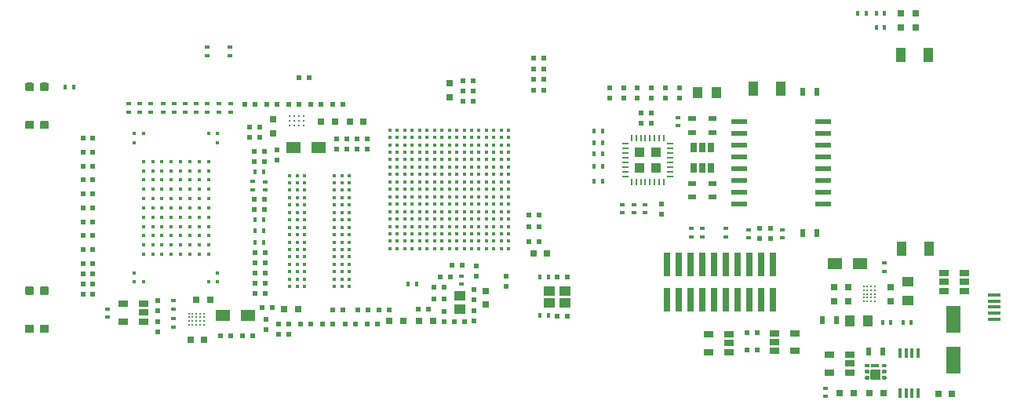
<source format=gbr>
G04 #@! TF.GenerationSoftware,KiCad,Pcbnew,(2018-01-10 revision 7e6a654)-master*
G04 #@! TF.CreationDate,2018-02-04T00:48:26+01:00*
G04 #@! TF.ProjectId,jiffy,6A696666792E6B696361645F70636200,rev?*
G04 #@! TF.SameCoordinates,Original*
G04 #@! TF.FileFunction,Paste,Top*
G04 #@! TF.FilePolarity,Positive*
%FSLAX46Y46*%
G04 Gerber Fmt 4.6, Leading zero omitted, Abs format (unit mm)*
G04 Created by KiCad (PCBNEW (2018-01-10 revision 7e6a654)-master) date 2018 February 04, Sunday 00:48:26*
%MOMM*%
%LPD*%
G01*
G04 APERTURE LIST*
%ADD10R,1.060000X0.650000*%
%ADD11R,1.780000X0.620000*%
%ADD12R,0.500000X0.600000*%
%ADD13C,0.450000*%
%ADD14R,0.740000X2.550000*%
%ADD15R,0.600000X0.500000*%
%ADD16R,0.800000X0.750000*%
%ADD17R,0.750000X0.800000*%
%ADD18R,1.500000X1.200000*%
%ADD19R,0.600000X0.400000*%
%ADD20R,0.400000X0.600000*%
%ADD21C,0.400000*%
%ADD22C,0.215000*%
%ADD23C,0.250000*%
%ADD24R,1.250000X1.000000*%
%ADD25R,1.200000X1.000000*%
%ADD26R,1.000000X1.250000*%
%ADD27R,1.000000X1.600000*%
%ADD28R,0.800000X0.800000*%
%ADD29R,0.500000X0.900000*%
%ADD30R,1.350000X0.400000*%
%ADD31R,0.900000X0.500000*%
%ADD32R,0.650000X1.060000*%
%ADD33R,0.250000X0.700000*%
%ADD34R,0.700000X0.250000*%
%ADD35R,1.035000X1.035000*%
%ADD36R,1.600000X3.000000*%
%ADD37C,0.100000*%
%ADD38C,0.900000*%
%ADD39C,1.050000*%
%ADD40R,0.400000X1.100000*%
G04 APERTURE END LIST*
D10*
X193600000Y-100450000D03*
X193600000Y-99500000D03*
X193600000Y-98550000D03*
X191400000Y-98550000D03*
X191400000Y-100450000D03*
X191400000Y-99500000D03*
D11*
X178310000Y-82155000D03*
X178310000Y-83425000D03*
X178310000Y-84695000D03*
X178310000Y-85965000D03*
X178310000Y-87235000D03*
X178310000Y-88505000D03*
X178310000Y-89775000D03*
X178310000Y-91045000D03*
X169290000Y-91045000D03*
X169290000Y-89775000D03*
X169290000Y-88505000D03*
X169290000Y-87235000D03*
X169290000Y-85965000D03*
X169290000Y-84695000D03*
X169290000Y-83425000D03*
X169290000Y-82155000D03*
D12*
X137400000Y-102650000D03*
X137400000Y-103750000D03*
D13*
X132400000Y-83100000D03*
X133200000Y-83100000D03*
X134000000Y-83100000D03*
X134800000Y-83100000D03*
X135600000Y-83100000D03*
X136400000Y-83100000D03*
X137200000Y-83100000D03*
X138000000Y-83100000D03*
X138800000Y-83100000D03*
X139600000Y-83100000D03*
X140400000Y-83100000D03*
X141200000Y-83100000D03*
X142000000Y-83100000D03*
X142800000Y-83100000D03*
X143600000Y-83100000D03*
X144400000Y-83100000D03*
X131600000Y-83900000D03*
X132400000Y-83900000D03*
X133200000Y-83900000D03*
X134000000Y-83900000D03*
X134800000Y-83900000D03*
X135600000Y-83900000D03*
X136400000Y-83900000D03*
X137200000Y-83900000D03*
X138000000Y-83900000D03*
X138800000Y-83900000D03*
X139600000Y-83900000D03*
X140400000Y-83900000D03*
X141200000Y-83900000D03*
X142000000Y-83900000D03*
X142800000Y-83900000D03*
X143600000Y-83900000D03*
X144400000Y-83900000D03*
X131600000Y-84700000D03*
X132400000Y-84700000D03*
X133200000Y-84700000D03*
X134000000Y-84700000D03*
X134800000Y-84700000D03*
X135600000Y-84700000D03*
X136400000Y-84700000D03*
X137200000Y-84700000D03*
X138000000Y-84700000D03*
X138800000Y-84700000D03*
X139600000Y-84700000D03*
X140400000Y-84700000D03*
X141200000Y-84700000D03*
X142000000Y-84700000D03*
X142800000Y-84700000D03*
X143600000Y-84700000D03*
X144400000Y-84700000D03*
X131600000Y-85500000D03*
X132400000Y-85500000D03*
X133200000Y-85500000D03*
X134000000Y-85500000D03*
X134800000Y-85500000D03*
X135600000Y-85500000D03*
X136400000Y-85500000D03*
X137200000Y-85500000D03*
X138000000Y-85500000D03*
X138800000Y-85500000D03*
X139600000Y-85500000D03*
X140400000Y-85500000D03*
X141200000Y-85500000D03*
X142000000Y-85500000D03*
X142800000Y-85500000D03*
X143600000Y-85500000D03*
X144400000Y-85500000D03*
X131600000Y-86300000D03*
X132400000Y-86300000D03*
X133200000Y-86300000D03*
X134000000Y-86300000D03*
X134800000Y-86300000D03*
X135600000Y-86300000D03*
X136400000Y-86300000D03*
X137200000Y-86300000D03*
X138000000Y-86300000D03*
X138800000Y-86300000D03*
X139600000Y-86300000D03*
X140400000Y-86300000D03*
X141200000Y-86300000D03*
X142000000Y-86300000D03*
X142800000Y-86300000D03*
X143600000Y-86300000D03*
X144400000Y-86300000D03*
X131600000Y-87100000D03*
X132400000Y-87100000D03*
X133200000Y-87100000D03*
X134000000Y-87100000D03*
X134800000Y-87100000D03*
X135600000Y-87100000D03*
X136400000Y-87100000D03*
X137200000Y-87100000D03*
X138000000Y-87100000D03*
X138800000Y-87100000D03*
X139600000Y-87100000D03*
X140400000Y-87100000D03*
X141200000Y-87100000D03*
X142000000Y-87100000D03*
X142800000Y-87100000D03*
X143600000Y-87100000D03*
X144400000Y-87100000D03*
X131600000Y-87900000D03*
X132400000Y-87900000D03*
X133200000Y-87900000D03*
X134000000Y-87900000D03*
X134800000Y-87900000D03*
X135600000Y-87900000D03*
X136400000Y-87900000D03*
X137200000Y-87900000D03*
X138000000Y-87900000D03*
X138800000Y-87900000D03*
X139600000Y-87900000D03*
X140400000Y-87900000D03*
X141200000Y-87900000D03*
X142000000Y-87900000D03*
X142800000Y-87900000D03*
X143600000Y-87900000D03*
X144400000Y-87900000D03*
X131600000Y-88700000D03*
X132400000Y-88700000D03*
X133200000Y-88700000D03*
X134000000Y-88700000D03*
X134800000Y-88700000D03*
X135600000Y-88700000D03*
X136400000Y-88700000D03*
X137200000Y-88700000D03*
X138000000Y-88700000D03*
X138800000Y-88700000D03*
X139600000Y-88700000D03*
X140400000Y-88700000D03*
X141200000Y-88700000D03*
X142000000Y-88700000D03*
X142800000Y-88700000D03*
X143600000Y-88700000D03*
X144400000Y-88700000D03*
X131600000Y-89500000D03*
X132400000Y-89500000D03*
X133200000Y-89500000D03*
X134000000Y-89500000D03*
X134800000Y-89500000D03*
X135600000Y-89500000D03*
X136400000Y-89500000D03*
X137200000Y-89500000D03*
X138000000Y-89500000D03*
X138800000Y-89500000D03*
X139600000Y-89500000D03*
X140400000Y-89500000D03*
X141200000Y-89500000D03*
X142000000Y-89500000D03*
X142800000Y-89500000D03*
X143600000Y-89500000D03*
X144400000Y-89500000D03*
X131600000Y-90300000D03*
X132400000Y-90300000D03*
X133200000Y-90300000D03*
X134000000Y-90300000D03*
X134800000Y-90300000D03*
X135600000Y-90300000D03*
X136400000Y-90300000D03*
X137200000Y-90300000D03*
X138000000Y-90300000D03*
X138800000Y-90300000D03*
X139600000Y-90300000D03*
X140400000Y-90300000D03*
X141200000Y-90300000D03*
X142000000Y-90300000D03*
X142800000Y-90300000D03*
X143600000Y-90300000D03*
X144400000Y-90300000D03*
X131600000Y-91100000D03*
X132400000Y-91100000D03*
X133200000Y-91100000D03*
X134000000Y-91100000D03*
X134800000Y-91100000D03*
X135600000Y-91100000D03*
X136400000Y-91100000D03*
X137200000Y-91100000D03*
X138000000Y-91100000D03*
X138800000Y-91100000D03*
X139600000Y-91100000D03*
X140400000Y-91100000D03*
X141200000Y-91100000D03*
X142000000Y-91100000D03*
X142800000Y-91100000D03*
X143600000Y-91100000D03*
X144400000Y-91100000D03*
X131600000Y-91900000D03*
X132400000Y-91900000D03*
X133200000Y-91900000D03*
X134000000Y-91900000D03*
X134800000Y-91900000D03*
X135600000Y-91900000D03*
X136400000Y-91900000D03*
X137200000Y-91900000D03*
X138000000Y-91900000D03*
X138800000Y-91900000D03*
X139600000Y-91900000D03*
X140400000Y-91900000D03*
X141200000Y-91900000D03*
X142000000Y-91900000D03*
X142800000Y-91900000D03*
X143600000Y-91900000D03*
X144400000Y-91900000D03*
X131600000Y-92700000D03*
X132400000Y-92700000D03*
X133200000Y-92700000D03*
X134000000Y-92700000D03*
X134800000Y-92700000D03*
X135600000Y-92700000D03*
X136400000Y-92700000D03*
X137200000Y-92700000D03*
X138000000Y-92700000D03*
X138800000Y-92700000D03*
X139600000Y-92700000D03*
X140400000Y-92700000D03*
X141200000Y-92700000D03*
X142000000Y-92700000D03*
X142800000Y-92700000D03*
X143600000Y-92700000D03*
X144400000Y-92700000D03*
X131600000Y-93500000D03*
X132400000Y-93500000D03*
X133200000Y-93500000D03*
X134000000Y-93500000D03*
X134800000Y-93500000D03*
X135600000Y-93500000D03*
X136400000Y-93500000D03*
X137200000Y-93500000D03*
X138000000Y-93500000D03*
X138800000Y-93500000D03*
X139600000Y-93500000D03*
X140400000Y-93500000D03*
X141200000Y-93500000D03*
X142000000Y-93500000D03*
X142800000Y-93500000D03*
X143600000Y-93500000D03*
X144400000Y-93500000D03*
X131600000Y-94300000D03*
X132400000Y-94300000D03*
X133200000Y-94300000D03*
X134000000Y-94300000D03*
X134800000Y-94300000D03*
X135600000Y-94300000D03*
X136400000Y-94300000D03*
X137200000Y-94300000D03*
X138000000Y-94300000D03*
X138800000Y-94300000D03*
X139600000Y-94300000D03*
X140400000Y-94300000D03*
X141200000Y-94300000D03*
X142000000Y-94300000D03*
X142800000Y-94300000D03*
X143600000Y-94300000D03*
X144400000Y-94300000D03*
X131600000Y-95100000D03*
X132400000Y-95100000D03*
X133200000Y-95100000D03*
X134000000Y-95100000D03*
X134800000Y-95100000D03*
X135600000Y-95100000D03*
X136400000Y-95100000D03*
X137200000Y-95100000D03*
X138000000Y-95100000D03*
X138800000Y-95100000D03*
X139600000Y-95100000D03*
X140400000Y-95100000D03*
X141200000Y-95100000D03*
X142000000Y-95100000D03*
X142800000Y-95100000D03*
X143600000Y-95100000D03*
X144400000Y-95100000D03*
X131600000Y-95900000D03*
X132400000Y-95900000D03*
X133200000Y-95900000D03*
X134000000Y-95900000D03*
X134800000Y-95900000D03*
X135600000Y-95900000D03*
X136400000Y-95900000D03*
X137200000Y-95900000D03*
X138000000Y-95900000D03*
X138800000Y-95900000D03*
X139600000Y-95900000D03*
X140400000Y-95900000D03*
X141200000Y-95900000D03*
X142000000Y-95900000D03*
X142800000Y-95900000D03*
X143600000Y-95900000D03*
X144400000Y-95900000D03*
X131600000Y-83100000D03*
D14*
X172915000Y-97595000D03*
X172915000Y-101405000D03*
X171645000Y-97595000D03*
X171645000Y-101405000D03*
X170375000Y-97595000D03*
X170375000Y-101405000D03*
X169105000Y-97595000D03*
X169105000Y-101405000D03*
X167835000Y-97595000D03*
X167835000Y-101405000D03*
X166565000Y-97595000D03*
X166565000Y-101405000D03*
X165295000Y-97595000D03*
X165295000Y-101405000D03*
X164025000Y-97595000D03*
X164025000Y-101405000D03*
X162755000Y-97595000D03*
X162755000Y-101405000D03*
X161485000Y-97595000D03*
X161485000Y-101405000D03*
D12*
X140950000Y-97750000D03*
X140950000Y-98850000D03*
D15*
X146550000Y-95150000D03*
X147650000Y-95150000D03*
D12*
X125800000Y-84050000D03*
X125800000Y-85150000D03*
D15*
X136350000Y-100100000D03*
X137450000Y-100100000D03*
X139450000Y-77800000D03*
X140550000Y-77800000D03*
D16*
X147050000Y-96450000D03*
X148550000Y-96450000D03*
D15*
X147650000Y-93500000D03*
X146550000Y-93500000D03*
X118050000Y-90550000D03*
X116950000Y-90550000D03*
X118050000Y-91650000D03*
X116950000Y-91650000D03*
D12*
X129100000Y-84050000D03*
X129100000Y-85150000D03*
D15*
X137050000Y-99000000D03*
X138150000Y-99000000D03*
X140550000Y-78900000D03*
X139450000Y-78900000D03*
X147650000Y-92300000D03*
X146550000Y-92300000D03*
D12*
X128000000Y-85150000D03*
X128000000Y-84050000D03*
D15*
X139450000Y-80000000D03*
X140550000Y-80000000D03*
D12*
X144150000Y-98850000D03*
X144150000Y-99950000D03*
X140650000Y-100300000D03*
X140650000Y-101400000D03*
X126900000Y-84050000D03*
X126900000Y-85150000D03*
D15*
X138250000Y-97700000D03*
X139350000Y-97700000D03*
D17*
X138000000Y-78050000D03*
X138000000Y-79550000D03*
X141950000Y-101950000D03*
X141950000Y-100450000D03*
D15*
X135750000Y-102400000D03*
X134650000Y-102400000D03*
D16*
X124150000Y-82200000D03*
X125650000Y-82200000D03*
D15*
X118300000Y-80300000D03*
X119400000Y-80300000D03*
X125450000Y-104000000D03*
X124350000Y-104000000D03*
X136350000Y-101300000D03*
X137450000Y-101300000D03*
X125450000Y-80300000D03*
X126550000Y-80300000D03*
X126750000Y-104000000D03*
X127850000Y-104000000D03*
D16*
X134750000Y-103700000D03*
X136250000Y-103700000D03*
D15*
X121800000Y-80300000D03*
X120700000Y-80300000D03*
X121950000Y-104000000D03*
X123050000Y-104000000D03*
X123050000Y-80300000D03*
X124150000Y-80300000D03*
X120650000Y-104000000D03*
X119550000Y-104000000D03*
X117000000Y-80300000D03*
X115900000Y-80300000D03*
X120650000Y-105100000D03*
X119550000Y-105100000D03*
X118150000Y-98500000D03*
X117050000Y-98500000D03*
X118050000Y-85400000D03*
X116950000Y-85400000D03*
X129150000Y-104000000D03*
X130250000Y-104000000D03*
X122900000Y-77450000D03*
X121800000Y-77450000D03*
X118150000Y-97400000D03*
X117050000Y-97400000D03*
X118150000Y-96300000D03*
X117050000Y-96300000D03*
X118900000Y-102250000D03*
X117800000Y-102250000D03*
D16*
X131550000Y-103700000D03*
X133050000Y-103700000D03*
D15*
X148200000Y-76500000D03*
X147100000Y-76500000D03*
X118050000Y-86500000D03*
X116950000Y-86500000D03*
X117050000Y-99600000D03*
X118150000Y-99600000D03*
X113300000Y-105350000D03*
X114400000Y-105350000D03*
X147100000Y-75350000D03*
X148200000Y-75350000D03*
X129200000Y-102550000D03*
X128100000Y-102550000D03*
X116450000Y-83850000D03*
X117550000Y-83850000D03*
X116450000Y-82750000D03*
X117550000Y-82750000D03*
D12*
X106550000Y-102600000D03*
X106550000Y-101500000D03*
D15*
X147100000Y-77650000D03*
X148200000Y-77650000D03*
X115650000Y-105300000D03*
X116750000Y-105300000D03*
X130450000Y-102550000D03*
X131550000Y-102550000D03*
X125400000Y-102550000D03*
X126500000Y-102550000D03*
X148200000Y-78800000D03*
X147100000Y-78800000D03*
X117050000Y-100700000D03*
X118150000Y-100700000D03*
D12*
X118200000Y-103500000D03*
X118200000Y-104600000D03*
X119400000Y-86350000D03*
X119400000Y-85250000D03*
D16*
X120150000Y-102400000D03*
X121650000Y-102400000D03*
X110700000Y-101450000D03*
X112200000Y-101450000D03*
D12*
X160900000Y-92150000D03*
X160900000Y-91050000D03*
D16*
X128750000Y-82200000D03*
X127250000Y-82200000D03*
D12*
X106550000Y-103800000D03*
X106550000Y-104900000D03*
X171500000Y-94850000D03*
X171500000Y-93750000D03*
X172700000Y-93750000D03*
X172700000Y-94850000D03*
D17*
X119000000Y-81950000D03*
X119000000Y-83450000D03*
D16*
X111550000Y-105700000D03*
X110050000Y-105700000D03*
D12*
X140650000Y-102600000D03*
X140650000Y-103700000D03*
D15*
X139650000Y-103750000D03*
X138550000Y-103750000D03*
X149650000Y-99000000D03*
X150750000Y-99000000D03*
X150750000Y-103200000D03*
X149650000Y-103200000D03*
X98450000Y-98600000D03*
X99550000Y-98600000D03*
X99550000Y-84000000D03*
X98450000Y-84000000D03*
X99550000Y-85500000D03*
X98450000Y-85500000D03*
X98450000Y-99700000D03*
X99550000Y-99700000D03*
X98450000Y-93000000D03*
X99550000Y-93000000D03*
X98450000Y-100800000D03*
X99550000Y-100800000D03*
X99550000Y-87000000D03*
X98450000Y-87000000D03*
X98450000Y-88500000D03*
X99550000Y-88500000D03*
X99550000Y-91500000D03*
X98450000Y-91500000D03*
X99550000Y-96000000D03*
X98450000Y-96000000D03*
X98450000Y-97500000D03*
X99550000Y-97500000D03*
X99550000Y-94500000D03*
X98450000Y-94500000D03*
X99550000Y-90000000D03*
X98450000Y-90000000D03*
D18*
X113600000Y-103100000D03*
X116300000Y-103100000D03*
X123900000Y-85000000D03*
X121200000Y-85000000D03*
D19*
X139300000Y-99750000D03*
X139300000Y-98850000D03*
D20*
X147800000Y-99000000D03*
X148700000Y-99000000D03*
X117050000Y-87650000D03*
X117950000Y-87650000D03*
X117050000Y-95200000D03*
X117950000Y-95200000D03*
X117950000Y-92800000D03*
X117050000Y-92800000D03*
X154550000Y-84500000D03*
X153650000Y-84500000D03*
X154550000Y-85700000D03*
X153650000Y-85700000D03*
X134450000Y-99700000D03*
X133550000Y-99700000D03*
X117950000Y-94000000D03*
X117050000Y-94000000D03*
D19*
X108250000Y-102400000D03*
X108250000Y-101500000D03*
X108250000Y-103450000D03*
X108250000Y-104350000D03*
X101150000Y-103300000D03*
X101150000Y-102400000D03*
X164100000Y-93750000D03*
X164100000Y-94650000D03*
X165300000Y-94650000D03*
X165300000Y-93750000D03*
X167800000Y-93750000D03*
X167800000Y-94650000D03*
X170300000Y-94750000D03*
X170300000Y-93850000D03*
X173900000Y-94750000D03*
X173900000Y-93850000D03*
D20*
X97450000Y-78450000D03*
X96550000Y-78450000D03*
D19*
X109500000Y-81150000D03*
X109500000Y-80250000D03*
D20*
X148700000Y-103150000D03*
X147800000Y-103150000D03*
D19*
X110700000Y-81150000D03*
X110700000Y-80250000D03*
X103400000Y-80250000D03*
X103400000Y-81150000D03*
X108300000Y-81150000D03*
X108300000Y-80250000D03*
X105800000Y-81150000D03*
X105800000Y-80250000D03*
X104600000Y-80250000D03*
X104600000Y-81150000D03*
X107100000Y-81150000D03*
X107100000Y-80250000D03*
X113100000Y-80250000D03*
X113100000Y-81150000D03*
X111900000Y-81150000D03*
X111900000Y-80250000D03*
X114400000Y-80250000D03*
X114400000Y-81150000D03*
D21*
X127200000Y-100000000D03*
X126400000Y-100000000D03*
X125600000Y-100000000D03*
X122400000Y-100000000D03*
X121600000Y-100000000D03*
X120800000Y-100000000D03*
X127200000Y-99200000D03*
X126400000Y-99200000D03*
X125600000Y-99200000D03*
X122400000Y-99200000D03*
X121600000Y-99200000D03*
X120800000Y-99200000D03*
X127200000Y-98400000D03*
X126400000Y-98400000D03*
X125600000Y-98400000D03*
X122400000Y-98400000D03*
X121600000Y-98400000D03*
X120800000Y-98400000D03*
X127200000Y-97600000D03*
X126400000Y-97600000D03*
X125600000Y-97600000D03*
X122400000Y-97600000D03*
X121600000Y-97600000D03*
X120800000Y-97600000D03*
X127200000Y-96800000D03*
X126400000Y-96800000D03*
X125600000Y-96800000D03*
X122400000Y-96800000D03*
X121600000Y-96800000D03*
X120800000Y-96800000D03*
X127200000Y-96000000D03*
X126400000Y-96000000D03*
X125600000Y-96000000D03*
X122400000Y-96000000D03*
X121600000Y-96000000D03*
X120800000Y-96000000D03*
X127200000Y-95200000D03*
X126400000Y-95200000D03*
X125600000Y-95200000D03*
X122400000Y-95200000D03*
X121600000Y-95200000D03*
X120800000Y-95200000D03*
X127200000Y-94400000D03*
X126400000Y-94400000D03*
X125600000Y-94400000D03*
X122400000Y-94400000D03*
X121600000Y-94400000D03*
X120800000Y-94400000D03*
X127200000Y-93600000D03*
X126400000Y-93600000D03*
X125600000Y-93600000D03*
X122400000Y-93600000D03*
X121600000Y-93600000D03*
X120800000Y-93600000D03*
X127200000Y-92800000D03*
X126400000Y-92800000D03*
X125600000Y-92800000D03*
X122400000Y-92800000D03*
X121600000Y-92800000D03*
X120800000Y-92800000D03*
X127200000Y-92000000D03*
X126400000Y-92000000D03*
X125600000Y-92000000D03*
X122400000Y-92000000D03*
X121600000Y-92000000D03*
X120800000Y-92000000D03*
X127200000Y-91200000D03*
X126400000Y-91200000D03*
X125600000Y-91200000D03*
X122400000Y-91200000D03*
X121600000Y-91200000D03*
X120800000Y-91200000D03*
X127200000Y-90400000D03*
X126400000Y-90400000D03*
X125600000Y-90400000D03*
X122400000Y-90400000D03*
X121600000Y-90400000D03*
X120800000Y-90400000D03*
X127200000Y-89600000D03*
X126400000Y-89600000D03*
X125600000Y-89600000D03*
X122400000Y-89600000D03*
X121600000Y-89600000D03*
X120800000Y-89600000D03*
X127200000Y-88800000D03*
X126400000Y-88800000D03*
X125600000Y-88800000D03*
X122400000Y-88800000D03*
X121600000Y-88800000D03*
X120800000Y-88800000D03*
X127200000Y-88000000D03*
X126400000Y-88000000D03*
X125600000Y-88000000D03*
X122400000Y-88000000D03*
X121600000Y-88000000D03*
X120800000Y-88000000D03*
D10*
X102800000Y-103750000D03*
X102800000Y-101850000D03*
X105000000Y-101850000D03*
X105000000Y-102800000D03*
X105000000Y-103750000D03*
D22*
X109900000Y-104100000D03*
X109900000Y-103700000D03*
X109900000Y-103300000D03*
X109900000Y-102900000D03*
X110300000Y-104100000D03*
X110300000Y-103700000D03*
X110300000Y-103300000D03*
X110300000Y-102900000D03*
X110700000Y-104100000D03*
X110700000Y-103700000D03*
X110700000Y-103300000D03*
X110700000Y-102900000D03*
X111100000Y-104100000D03*
X111100000Y-103700000D03*
X111100000Y-103300000D03*
X111100000Y-102900000D03*
X111500000Y-104100000D03*
X111500000Y-103700000D03*
X111500000Y-103300000D03*
X111500000Y-102900000D03*
D23*
X120750000Y-82600000D03*
X120750000Y-82100000D03*
X120750000Y-81600000D03*
X121250000Y-82600000D03*
X121250000Y-82100000D03*
X121250000Y-81600000D03*
X121750000Y-82600000D03*
X121750000Y-82100000D03*
X121750000Y-81600000D03*
X122250000Y-82600000D03*
X122250000Y-82100000D03*
X122250000Y-81600000D03*
D13*
X113000000Y-99500000D03*
X112000000Y-99500000D03*
X105000000Y-99500000D03*
X104000000Y-99500000D03*
X113000000Y-98500000D03*
X104000000Y-98500000D03*
X112000000Y-96500000D03*
X111000000Y-96500000D03*
X110000000Y-96500000D03*
X109000000Y-96500000D03*
X108000000Y-96500000D03*
X107000000Y-96500000D03*
X106000000Y-96500000D03*
X105000000Y-96500000D03*
X112000000Y-95500000D03*
X111000000Y-95500000D03*
X110000000Y-95500000D03*
X109000000Y-95500000D03*
X108000000Y-95500000D03*
X107000000Y-95500000D03*
X106000000Y-95500000D03*
X105000000Y-95500000D03*
X112000000Y-94500000D03*
X111000000Y-94500000D03*
X110000000Y-94500000D03*
X109000000Y-94500000D03*
X108000000Y-94500000D03*
X107000000Y-94500000D03*
X106000000Y-94500000D03*
X105000000Y-94500000D03*
X112000000Y-93500000D03*
X111000000Y-93500000D03*
X110000000Y-93500000D03*
X109000000Y-93500000D03*
X108000000Y-93500000D03*
X107000000Y-93500000D03*
X106000000Y-93500000D03*
X105000000Y-93500000D03*
X112000000Y-92500000D03*
X111000000Y-92500000D03*
X110000000Y-92500000D03*
X109000000Y-92500000D03*
X108000000Y-92500000D03*
X107000000Y-92500000D03*
X106000000Y-92500000D03*
X105000000Y-92500000D03*
X112000000Y-91500000D03*
X111000000Y-91500000D03*
X110000000Y-91500000D03*
X109000000Y-91500000D03*
X108000000Y-91500000D03*
X107000000Y-91500000D03*
X106000000Y-91500000D03*
X105000000Y-91500000D03*
X112000000Y-90500000D03*
X111000000Y-90500000D03*
X110000000Y-90500000D03*
X109000000Y-90500000D03*
X108000000Y-90500000D03*
X107000000Y-90500000D03*
X106000000Y-90500000D03*
X105000000Y-90500000D03*
X112000000Y-89500000D03*
X111000000Y-89500000D03*
X110000000Y-89500000D03*
X109000000Y-89500000D03*
X108000000Y-89500000D03*
X107000000Y-89500000D03*
X106000000Y-89500000D03*
X105000000Y-89500000D03*
X112000000Y-88500000D03*
X111000000Y-88500000D03*
X110000000Y-88500000D03*
X109000000Y-88500000D03*
X108000000Y-88500000D03*
X107000000Y-88500000D03*
X106000000Y-88500000D03*
X105000000Y-88500000D03*
X112000000Y-87500000D03*
X111000000Y-87500000D03*
X110000000Y-87500000D03*
X109000000Y-87500000D03*
X108000000Y-87500000D03*
X107000000Y-87500000D03*
X106000000Y-87500000D03*
X105000000Y-87500000D03*
X112000000Y-86500000D03*
X111000000Y-86500000D03*
X110000000Y-86500000D03*
X109000000Y-86500000D03*
X108000000Y-86500000D03*
X107000000Y-86500000D03*
X106000000Y-86500000D03*
X105000000Y-86500000D03*
X113000000Y-84500000D03*
X104000000Y-84500000D03*
X113000000Y-83500000D03*
X112000000Y-83500000D03*
X105000000Y-83500000D03*
X104000000Y-83500000D03*
D24*
X139100000Y-102450000D03*
X139100000Y-100950000D03*
D25*
X150450000Y-100450000D03*
X148750000Y-100450000D03*
X148750000Y-101750000D03*
X150450000Y-101750000D03*
D16*
X183350000Y-111500000D03*
X184850000Y-111500000D03*
X181650000Y-111500000D03*
X180150000Y-111500000D03*
D24*
X187500000Y-99500000D03*
X187500000Y-101500000D03*
D26*
X183200000Y-103700000D03*
X181200000Y-103700000D03*
D12*
X155300000Y-79650000D03*
X155300000Y-78550000D03*
X156800000Y-78550000D03*
X156800000Y-79650000D03*
X158300000Y-79650000D03*
X158300000Y-78550000D03*
X159800000Y-78550000D03*
X159800000Y-79650000D03*
X161300000Y-78550000D03*
X161300000Y-79650000D03*
X162800000Y-78550000D03*
X162800000Y-79650000D03*
D26*
X166800000Y-79100000D03*
X164800000Y-79100000D03*
D15*
X158650000Y-81300000D03*
X159750000Y-81300000D03*
X159750000Y-82400000D03*
X158650000Y-82400000D03*
D27*
X170800000Y-78600000D03*
X173800000Y-78600000D03*
X186700000Y-75000000D03*
X189700000Y-75000000D03*
X189800000Y-95900000D03*
X186800000Y-95900000D03*
D28*
X188300000Y-72000000D03*
X186700000Y-72000000D03*
X186700000Y-70500000D03*
X188300000Y-70500000D03*
D29*
X184750000Y-107000000D03*
X183250000Y-107000000D03*
X179750000Y-103600000D03*
X178250000Y-103600000D03*
D30*
X196750000Y-100900000D03*
X196750000Y-101550000D03*
X196750000Y-102200000D03*
X196750000Y-102850000D03*
X196750000Y-103500000D03*
D19*
X178600000Y-111850000D03*
X178600000Y-110950000D03*
X156700000Y-92050000D03*
X156700000Y-91150000D03*
X157900000Y-91150000D03*
X157900000Y-92050000D03*
X159100000Y-92050000D03*
X159100000Y-91150000D03*
D20*
X184950000Y-72000000D03*
X184050000Y-72000000D03*
D19*
X162700000Y-81750000D03*
X162700000Y-82650000D03*
D31*
X164200000Y-83350000D03*
X164200000Y-81850000D03*
D20*
X153650000Y-88600000D03*
X154550000Y-88600000D03*
X184050000Y-70500000D03*
X184950000Y-70500000D03*
D31*
X166400000Y-81850000D03*
X166400000Y-83350000D03*
D20*
X182050000Y-70500000D03*
X182950000Y-70500000D03*
D31*
X166400000Y-88850000D03*
X166400000Y-90350000D03*
X164200000Y-90350000D03*
X164200000Y-88850000D03*
D29*
X176150000Y-79000000D03*
X177650000Y-79000000D03*
X176150000Y-94200000D03*
X177650000Y-94200000D03*
D10*
X179000000Y-109250000D03*
X179000000Y-107350000D03*
X181200000Y-107350000D03*
X181200000Y-108300000D03*
X181200000Y-109250000D03*
D32*
X165300000Y-85000000D03*
X164350000Y-85000000D03*
X166250000Y-85000000D03*
X166250000Y-87200000D03*
X165300000Y-87200000D03*
X164350000Y-87200000D03*
D33*
X161150000Y-83950000D03*
X160650000Y-83950000D03*
X160150000Y-83950000D03*
X159650000Y-83950000D03*
X159150000Y-83950000D03*
X158650000Y-83950000D03*
X158150000Y-83950000D03*
X157650000Y-83950000D03*
D34*
X157000000Y-84600000D03*
X157000000Y-85100000D03*
X157000000Y-85600000D03*
X157000000Y-86100000D03*
X157000000Y-86600000D03*
X157000000Y-87100000D03*
X157000000Y-87600000D03*
X157000000Y-88100000D03*
D33*
X157650000Y-88750000D03*
X158150000Y-88750000D03*
X158650000Y-88750000D03*
X159150000Y-88750000D03*
X159650000Y-88750000D03*
X160150000Y-88750000D03*
X160650000Y-88750000D03*
X161150000Y-88750000D03*
D34*
X161800000Y-88100000D03*
X161800000Y-87600000D03*
X161800000Y-87100000D03*
X161800000Y-86600000D03*
X161800000Y-86100000D03*
X161800000Y-85600000D03*
X161800000Y-85100000D03*
X161800000Y-84600000D03*
D35*
X158537500Y-87212500D03*
X160262500Y-87212500D03*
X158537500Y-85487500D03*
X160262500Y-85487500D03*
D36*
X192400000Y-103550000D03*
X192400000Y-107950000D03*
D20*
X154550000Y-87000000D03*
X153650000Y-87000000D03*
X153650000Y-83200000D03*
X154550000Y-83200000D03*
D19*
X118100000Y-88700000D03*
X118100000Y-89600000D03*
X116800000Y-88650000D03*
X116800000Y-89550000D03*
X114300000Y-75050000D03*
X114300000Y-74150000D03*
X111900000Y-74150000D03*
X111900000Y-75050000D03*
D37*
G36*
X92997054Y-82101083D02*
X93018895Y-82104323D01*
X93040314Y-82109688D01*
X93061104Y-82117127D01*
X93081064Y-82126568D01*
X93100003Y-82137919D01*
X93117738Y-82151073D01*
X93134099Y-82165901D01*
X93148927Y-82182262D01*
X93162081Y-82199997D01*
X93173432Y-82218936D01*
X93182873Y-82238896D01*
X93190312Y-82259686D01*
X93195677Y-82281105D01*
X93198917Y-82302946D01*
X93200000Y-82325000D01*
X93200000Y-82775000D01*
X93198917Y-82797054D01*
X93195677Y-82818895D01*
X93190312Y-82840314D01*
X93182873Y-82861104D01*
X93173432Y-82881064D01*
X93162081Y-82900003D01*
X93148927Y-82917738D01*
X93134099Y-82934099D01*
X93117738Y-82948927D01*
X93100003Y-82962081D01*
X93081064Y-82973432D01*
X93061104Y-82982873D01*
X93040314Y-82990312D01*
X93018895Y-82995677D01*
X92997054Y-82998917D01*
X92975000Y-83000000D01*
X92425000Y-83000000D01*
X92402946Y-82998917D01*
X92381105Y-82995677D01*
X92359686Y-82990312D01*
X92338896Y-82982873D01*
X92318936Y-82973432D01*
X92299997Y-82962081D01*
X92282262Y-82948927D01*
X92265901Y-82934099D01*
X92251073Y-82917738D01*
X92237919Y-82900003D01*
X92226568Y-82881064D01*
X92217127Y-82861104D01*
X92209688Y-82840314D01*
X92204323Y-82818895D01*
X92201083Y-82797054D01*
X92200000Y-82775000D01*
X92200000Y-82325000D01*
X92201083Y-82302946D01*
X92204323Y-82281105D01*
X92209688Y-82259686D01*
X92217127Y-82238896D01*
X92226568Y-82218936D01*
X92237919Y-82199997D01*
X92251073Y-82182262D01*
X92265901Y-82165901D01*
X92282262Y-82151073D01*
X92299997Y-82137919D01*
X92318936Y-82126568D01*
X92338896Y-82117127D01*
X92359686Y-82109688D01*
X92381105Y-82104323D01*
X92402946Y-82101083D01*
X92425000Y-82100000D01*
X92975000Y-82100000D01*
X92997054Y-82101083D01*
X92997054Y-82101083D01*
G37*
D38*
X92700000Y-82550000D03*
D37*
G36*
X92997054Y-78001083D02*
X93018895Y-78004323D01*
X93040314Y-78009688D01*
X93061104Y-78017127D01*
X93081064Y-78026568D01*
X93100003Y-78037919D01*
X93117738Y-78051073D01*
X93134099Y-78065901D01*
X93148927Y-78082262D01*
X93162081Y-78099997D01*
X93173432Y-78118936D01*
X93182873Y-78138896D01*
X93190312Y-78159686D01*
X93195677Y-78181105D01*
X93198917Y-78202946D01*
X93200000Y-78225000D01*
X93200000Y-78675000D01*
X93198917Y-78697054D01*
X93195677Y-78718895D01*
X93190312Y-78740314D01*
X93182873Y-78761104D01*
X93173432Y-78781064D01*
X93162081Y-78800003D01*
X93148927Y-78817738D01*
X93134099Y-78834099D01*
X93117738Y-78848927D01*
X93100003Y-78862081D01*
X93081064Y-78873432D01*
X93061104Y-78882873D01*
X93040314Y-78890312D01*
X93018895Y-78895677D01*
X92997054Y-78898917D01*
X92975000Y-78900000D01*
X92425000Y-78900000D01*
X92402946Y-78898917D01*
X92381105Y-78895677D01*
X92359686Y-78890312D01*
X92338896Y-78882873D01*
X92318936Y-78873432D01*
X92299997Y-78862081D01*
X92282262Y-78848927D01*
X92265901Y-78834099D01*
X92251073Y-78817738D01*
X92237919Y-78800003D01*
X92226568Y-78781064D01*
X92217127Y-78761104D01*
X92209688Y-78740314D01*
X92204323Y-78718895D01*
X92201083Y-78697054D01*
X92200000Y-78675000D01*
X92200000Y-78225000D01*
X92201083Y-78202946D01*
X92204323Y-78181105D01*
X92209688Y-78159686D01*
X92217127Y-78138896D01*
X92226568Y-78118936D01*
X92237919Y-78099997D01*
X92251073Y-78082262D01*
X92265901Y-78065901D01*
X92282262Y-78051073D01*
X92299997Y-78037919D01*
X92318936Y-78026568D01*
X92338896Y-78017127D01*
X92359686Y-78009688D01*
X92381105Y-78004323D01*
X92402946Y-78001083D01*
X92425000Y-78000000D01*
X92975000Y-78000000D01*
X92997054Y-78001083D01*
X92997054Y-78001083D01*
G37*
D38*
X92700000Y-78450000D03*
D37*
G36*
X94597054Y-82101083D02*
X94618895Y-82104323D01*
X94640314Y-82109688D01*
X94661104Y-82117127D01*
X94681064Y-82126568D01*
X94700003Y-82137919D01*
X94717738Y-82151073D01*
X94734099Y-82165901D01*
X94748927Y-82182262D01*
X94762081Y-82199997D01*
X94773432Y-82218936D01*
X94782873Y-82238896D01*
X94790312Y-82259686D01*
X94795677Y-82281105D01*
X94798917Y-82302946D01*
X94800000Y-82325000D01*
X94800000Y-82775000D01*
X94798917Y-82797054D01*
X94795677Y-82818895D01*
X94790312Y-82840314D01*
X94782873Y-82861104D01*
X94773432Y-82881064D01*
X94762081Y-82900003D01*
X94748927Y-82917738D01*
X94734099Y-82934099D01*
X94717738Y-82948927D01*
X94700003Y-82962081D01*
X94681064Y-82973432D01*
X94661104Y-82982873D01*
X94640314Y-82990312D01*
X94618895Y-82995677D01*
X94597054Y-82998917D01*
X94575000Y-83000000D01*
X94025000Y-83000000D01*
X94002946Y-82998917D01*
X93981105Y-82995677D01*
X93959686Y-82990312D01*
X93938896Y-82982873D01*
X93918936Y-82973432D01*
X93899997Y-82962081D01*
X93882262Y-82948927D01*
X93865901Y-82934099D01*
X93851073Y-82917738D01*
X93837919Y-82900003D01*
X93826568Y-82881064D01*
X93817127Y-82861104D01*
X93809688Y-82840314D01*
X93804323Y-82818895D01*
X93801083Y-82797054D01*
X93800000Y-82775000D01*
X93800000Y-82325000D01*
X93801083Y-82302946D01*
X93804323Y-82281105D01*
X93809688Y-82259686D01*
X93817127Y-82238896D01*
X93826568Y-82218936D01*
X93837919Y-82199997D01*
X93851073Y-82182262D01*
X93865901Y-82165901D01*
X93882262Y-82151073D01*
X93899997Y-82137919D01*
X93918936Y-82126568D01*
X93938896Y-82117127D01*
X93959686Y-82109688D01*
X93981105Y-82104323D01*
X94002946Y-82101083D01*
X94025000Y-82100000D01*
X94575000Y-82100000D01*
X94597054Y-82101083D01*
X94597054Y-82101083D01*
G37*
D38*
X94300000Y-82550000D03*
D37*
G36*
X94597054Y-78001083D02*
X94618895Y-78004323D01*
X94640314Y-78009688D01*
X94661104Y-78017127D01*
X94681064Y-78026568D01*
X94700003Y-78037919D01*
X94717738Y-78051073D01*
X94734099Y-78065901D01*
X94748927Y-78082262D01*
X94762081Y-78099997D01*
X94773432Y-78118936D01*
X94782873Y-78138896D01*
X94790312Y-78159686D01*
X94795677Y-78181105D01*
X94798917Y-78202946D01*
X94800000Y-78225000D01*
X94800000Y-78675000D01*
X94798917Y-78697054D01*
X94795677Y-78718895D01*
X94790312Y-78740314D01*
X94782873Y-78761104D01*
X94773432Y-78781064D01*
X94762081Y-78800003D01*
X94748927Y-78817738D01*
X94734099Y-78834099D01*
X94717738Y-78848927D01*
X94700003Y-78862081D01*
X94681064Y-78873432D01*
X94661104Y-78882873D01*
X94640314Y-78890312D01*
X94618895Y-78895677D01*
X94597054Y-78898917D01*
X94575000Y-78900000D01*
X94025000Y-78900000D01*
X94002946Y-78898917D01*
X93981105Y-78895677D01*
X93959686Y-78890312D01*
X93938896Y-78882873D01*
X93918936Y-78873432D01*
X93899997Y-78862081D01*
X93882262Y-78848927D01*
X93865901Y-78834099D01*
X93851073Y-78817738D01*
X93837919Y-78800003D01*
X93826568Y-78781064D01*
X93817127Y-78761104D01*
X93809688Y-78740314D01*
X93804323Y-78718895D01*
X93801083Y-78697054D01*
X93800000Y-78675000D01*
X93800000Y-78225000D01*
X93801083Y-78202946D01*
X93804323Y-78181105D01*
X93809688Y-78159686D01*
X93817127Y-78138896D01*
X93826568Y-78118936D01*
X93837919Y-78099997D01*
X93851073Y-78082262D01*
X93865901Y-78065901D01*
X93882262Y-78051073D01*
X93899997Y-78037919D01*
X93918936Y-78026568D01*
X93938896Y-78017127D01*
X93959686Y-78009688D01*
X93981105Y-78004323D01*
X94002946Y-78001083D01*
X94025000Y-78000000D01*
X94575000Y-78000000D01*
X94597054Y-78001083D01*
X94597054Y-78001083D01*
G37*
D38*
X94300000Y-78450000D03*
D37*
G36*
X92997054Y-104101083D02*
X93018895Y-104104323D01*
X93040314Y-104109688D01*
X93061104Y-104117127D01*
X93081064Y-104126568D01*
X93100003Y-104137919D01*
X93117738Y-104151073D01*
X93134099Y-104165901D01*
X93148927Y-104182262D01*
X93162081Y-104199997D01*
X93173432Y-104218936D01*
X93182873Y-104238896D01*
X93190312Y-104259686D01*
X93195677Y-104281105D01*
X93198917Y-104302946D01*
X93200000Y-104325000D01*
X93200000Y-104775000D01*
X93198917Y-104797054D01*
X93195677Y-104818895D01*
X93190312Y-104840314D01*
X93182873Y-104861104D01*
X93173432Y-104881064D01*
X93162081Y-104900003D01*
X93148927Y-104917738D01*
X93134099Y-104934099D01*
X93117738Y-104948927D01*
X93100003Y-104962081D01*
X93081064Y-104973432D01*
X93061104Y-104982873D01*
X93040314Y-104990312D01*
X93018895Y-104995677D01*
X92997054Y-104998917D01*
X92975000Y-105000000D01*
X92425000Y-105000000D01*
X92402946Y-104998917D01*
X92381105Y-104995677D01*
X92359686Y-104990312D01*
X92338896Y-104982873D01*
X92318936Y-104973432D01*
X92299997Y-104962081D01*
X92282262Y-104948927D01*
X92265901Y-104934099D01*
X92251073Y-104917738D01*
X92237919Y-104900003D01*
X92226568Y-104881064D01*
X92217127Y-104861104D01*
X92209688Y-104840314D01*
X92204323Y-104818895D01*
X92201083Y-104797054D01*
X92200000Y-104775000D01*
X92200000Y-104325000D01*
X92201083Y-104302946D01*
X92204323Y-104281105D01*
X92209688Y-104259686D01*
X92217127Y-104238896D01*
X92226568Y-104218936D01*
X92237919Y-104199997D01*
X92251073Y-104182262D01*
X92265901Y-104165901D01*
X92282262Y-104151073D01*
X92299997Y-104137919D01*
X92318936Y-104126568D01*
X92338896Y-104117127D01*
X92359686Y-104109688D01*
X92381105Y-104104323D01*
X92402946Y-104101083D01*
X92425000Y-104100000D01*
X92975000Y-104100000D01*
X92997054Y-104101083D01*
X92997054Y-104101083D01*
G37*
D38*
X92700000Y-104550000D03*
D37*
G36*
X92997054Y-100001083D02*
X93018895Y-100004323D01*
X93040314Y-100009688D01*
X93061104Y-100017127D01*
X93081064Y-100026568D01*
X93100003Y-100037919D01*
X93117738Y-100051073D01*
X93134099Y-100065901D01*
X93148927Y-100082262D01*
X93162081Y-100099997D01*
X93173432Y-100118936D01*
X93182873Y-100138896D01*
X93190312Y-100159686D01*
X93195677Y-100181105D01*
X93198917Y-100202946D01*
X93200000Y-100225000D01*
X93200000Y-100675000D01*
X93198917Y-100697054D01*
X93195677Y-100718895D01*
X93190312Y-100740314D01*
X93182873Y-100761104D01*
X93173432Y-100781064D01*
X93162081Y-100800003D01*
X93148927Y-100817738D01*
X93134099Y-100834099D01*
X93117738Y-100848927D01*
X93100003Y-100862081D01*
X93081064Y-100873432D01*
X93061104Y-100882873D01*
X93040314Y-100890312D01*
X93018895Y-100895677D01*
X92997054Y-100898917D01*
X92975000Y-100900000D01*
X92425000Y-100900000D01*
X92402946Y-100898917D01*
X92381105Y-100895677D01*
X92359686Y-100890312D01*
X92338896Y-100882873D01*
X92318936Y-100873432D01*
X92299997Y-100862081D01*
X92282262Y-100848927D01*
X92265901Y-100834099D01*
X92251073Y-100817738D01*
X92237919Y-100800003D01*
X92226568Y-100781064D01*
X92217127Y-100761104D01*
X92209688Y-100740314D01*
X92204323Y-100718895D01*
X92201083Y-100697054D01*
X92200000Y-100675000D01*
X92200000Y-100225000D01*
X92201083Y-100202946D01*
X92204323Y-100181105D01*
X92209688Y-100159686D01*
X92217127Y-100138896D01*
X92226568Y-100118936D01*
X92237919Y-100099997D01*
X92251073Y-100082262D01*
X92265901Y-100065901D01*
X92282262Y-100051073D01*
X92299997Y-100037919D01*
X92318936Y-100026568D01*
X92338896Y-100017127D01*
X92359686Y-100009688D01*
X92381105Y-100004323D01*
X92402946Y-100001083D01*
X92425000Y-100000000D01*
X92975000Y-100000000D01*
X92997054Y-100001083D01*
X92997054Y-100001083D01*
G37*
D38*
X92700000Y-100450000D03*
D37*
G36*
X94597054Y-104101083D02*
X94618895Y-104104323D01*
X94640314Y-104109688D01*
X94661104Y-104117127D01*
X94681064Y-104126568D01*
X94700003Y-104137919D01*
X94717738Y-104151073D01*
X94734099Y-104165901D01*
X94748927Y-104182262D01*
X94762081Y-104199997D01*
X94773432Y-104218936D01*
X94782873Y-104238896D01*
X94790312Y-104259686D01*
X94795677Y-104281105D01*
X94798917Y-104302946D01*
X94800000Y-104325000D01*
X94800000Y-104775000D01*
X94798917Y-104797054D01*
X94795677Y-104818895D01*
X94790312Y-104840314D01*
X94782873Y-104861104D01*
X94773432Y-104881064D01*
X94762081Y-104900003D01*
X94748927Y-104917738D01*
X94734099Y-104934099D01*
X94717738Y-104948927D01*
X94700003Y-104962081D01*
X94681064Y-104973432D01*
X94661104Y-104982873D01*
X94640314Y-104990312D01*
X94618895Y-104995677D01*
X94597054Y-104998917D01*
X94575000Y-105000000D01*
X94025000Y-105000000D01*
X94002946Y-104998917D01*
X93981105Y-104995677D01*
X93959686Y-104990312D01*
X93938896Y-104982873D01*
X93918936Y-104973432D01*
X93899997Y-104962081D01*
X93882262Y-104948927D01*
X93865901Y-104934099D01*
X93851073Y-104917738D01*
X93837919Y-104900003D01*
X93826568Y-104881064D01*
X93817127Y-104861104D01*
X93809688Y-104840314D01*
X93804323Y-104818895D01*
X93801083Y-104797054D01*
X93800000Y-104775000D01*
X93800000Y-104325000D01*
X93801083Y-104302946D01*
X93804323Y-104281105D01*
X93809688Y-104259686D01*
X93817127Y-104238896D01*
X93826568Y-104218936D01*
X93837919Y-104199997D01*
X93851073Y-104182262D01*
X93865901Y-104165901D01*
X93882262Y-104151073D01*
X93899997Y-104137919D01*
X93918936Y-104126568D01*
X93938896Y-104117127D01*
X93959686Y-104109688D01*
X93981105Y-104104323D01*
X94002946Y-104101083D01*
X94025000Y-104100000D01*
X94575000Y-104100000D01*
X94597054Y-104101083D01*
X94597054Y-104101083D01*
G37*
D38*
X94300000Y-104550000D03*
D37*
G36*
X94597054Y-100001083D02*
X94618895Y-100004323D01*
X94640314Y-100009688D01*
X94661104Y-100017127D01*
X94681064Y-100026568D01*
X94700003Y-100037919D01*
X94717738Y-100051073D01*
X94734099Y-100065901D01*
X94748927Y-100082262D01*
X94762081Y-100099997D01*
X94773432Y-100118936D01*
X94782873Y-100138896D01*
X94790312Y-100159686D01*
X94795677Y-100181105D01*
X94798917Y-100202946D01*
X94800000Y-100225000D01*
X94800000Y-100675000D01*
X94798917Y-100697054D01*
X94795677Y-100718895D01*
X94790312Y-100740314D01*
X94782873Y-100761104D01*
X94773432Y-100781064D01*
X94762081Y-100800003D01*
X94748927Y-100817738D01*
X94734099Y-100834099D01*
X94717738Y-100848927D01*
X94700003Y-100862081D01*
X94681064Y-100873432D01*
X94661104Y-100882873D01*
X94640314Y-100890312D01*
X94618895Y-100895677D01*
X94597054Y-100898917D01*
X94575000Y-100900000D01*
X94025000Y-100900000D01*
X94002946Y-100898917D01*
X93981105Y-100895677D01*
X93959686Y-100890312D01*
X93938896Y-100882873D01*
X93918936Y-100873432D01*
X93899997Y-100862081D01*
X93882262Y-100848927D01*
X93865901Y-100834099D01*
X93851073Y-100817738D01*
X93837919Y-100800003D01*
X93826568Y-100781064D01*
X93817127Y-100761104D01*
X93809688Y-100740314D01*
X93804323Y-100718895D01*
X93801083Y-100697054D01*
X93800000Y-100675000D01*
X93800000Y-100225000D01*
X93801083Y-100202946D01*
X93804323Y-100181105D01*
X93809688Y-100159686D01*
X93817127Y-100138896D01*
X93826568Y-100118936D01*
X93837919Y-100099997D01*
X93851073Y-100082262D01*
X93865901Y-100065901D01*
X93882262Y-100051073D01*
X93899997Y-100037919D01*
X93918936Y-100026568D01*
X93938896Y-100017127D01*
X93959686Y-100009688D01*
X93981105Y-100004323D01*
X94002946Y-100001083D01*
X94025000Y-100000000D01*
X94575000Y-100000000D01*
X94597054Y-100001083D01*
X94597054Y-100001083D01*
G37*
D38*
X94300000Y-100450000D03*
D16*
X190750000Y-111600000D03*
X192250000Y-111600000D03*
D17*
X185600000Y-101600000D03*
X185600000Y-100100000D03*
D15*
X171250000Y-105000000D03*
X170150000Y-105000000D03*
D17*
X181000000Y-100050000D03*
X181000000Y-101550000D03*
X179500000Y-101550000D03*
X179500000Y-100050000D03*
D15*
X170150000Y-106800000D03*
X171250000Y-106800000D03*
D37*
G36*
X185059802Y-109625482D02*
X185069509Y-109626921D01*
X185079028Y-109629306D01*
X185088268Y-109632612D01*
X185097140Y-109636808D01*
X185105557Y-109641853D01*
X185113439Y-109647699D01*
X185120711Y-109654289D01*
X185127301Y-109661561D01*
X185133147Y-109669443D01*
X185138192Y-109677860D01*
X185142388Y-109686732D01*
X185145694Y-109695972D01*
X185148079Y-109705491D01*
X185149518Y-109715198D01*
X185150000Y-109725000D01*
X185150000Y-109925000D01*
X185149518Y-109934802D01*
X185148079Y-109944509D01*
X185145694Y-109954028D01*
X185142388Y-109963268D01*
X185138192Y-109972140D01*
X185133147Y-109980557D01*
X185127301Y-109988439D01*
X185120711Y-109995711D01*
X185113439Y-110002301D01*
X185105557Y-110008147D01*
X185097140Y-110013192D01*
X185088268Y-110017388D01*
X185079028Y-110020694D01*
X185069509Y-110023079D01*
X185059802Y-110024518D01*
X185050000Y-110025000D01*
X184795000Y-110025000D01*
X184785198Y-110024518D01*
X184775491Y-110023079D01*
X184765972Y-110020694D01*
X184756732Y-110017388D01*
X184747860Y-110013192D01*
X184739443Y-110008147D01*
X184731561Y-110002301D01*
X184724289Y-109995711D01*
X184717699Y-109988439D01*
X184711853Y-109980557D01*
X184706808Y-109972140D01*
X184702612Y-109963268D01*
X184699306Y-109954028D01*
X184696921Y-109944509D01*
X184695482Y-109934802D01*
X184695000Y-109925000D01*
X184695000Y-109725000D01*
X184695482Y-109715198D01*
X184696921Y-109705491D01*
X184699306Y-109695972D01*
X184702612Y-109686732D01*
X184706808Y-109677860D01*
X184711853Y-109669443D01*
X184717699Y-109661561D01*
X184724289Y-109654289D01*
X184731561Y-109647699D01*
X184739443Y-109641853D01*
X184747860Y-109636808D01*
X184756732Y-109632612D01*
X184765972Y-109629306D01*
X184775491Y-109626921D01*
X184785198Y-109625482D01*
X184795000Y-109625000D01*
X185050000Y-109625000D01*
X185059802Y-109625482D01*
X185059802Y-109625482D01*
G37*
D21*
X184922500Y-109825000D03*
D37*
G36*
X185059802Y-108975482D02*
X185069509Y-108976921D01*
X185079028Y-108979306D01*
X185088268Y-108982612D01*
X185097140Y-108986808D01*
X185105557Y-108991853D01*
X185113439Y-108997699D01*
X185120711Y-109004289D01*
X185127301Y-109011561D01*
X185133147Y-109019443D01*
X185138192Y-109027860D01*
X185142388Y-109036732D01*
X185145694Y-109045972D01*
X185148079Y-109055491D01*
X185149518Y-109065198D01*
X185150000Y-109075000D01*
X185150000Y-109275000D01*
X185149518Y-109284802D01*
X185148079Y-109294509D01*
X185145694Y-109304028D01*
X185142388Y-109313268D01*
X185138192Y-109322140D01*
X185133147Y-109330557D01*
X185127301Y-109338439D01*
X185120711Y-109345711D01*
X185113439Y-109352301D01*
X185105557Y-109358147D01*
X185097140Y-109363192D01*
X185088268Y-109367388D01*
X185079028Y-109370694D01*
X185069509Y-109373079D01*
X185059802Y-109374518D01*
X185050000Y-109375000D01*
X184795000Y-109375000D01*
X184785198Y-109374518D01*
X184775491Y-109373079D01*
X184765972Y-109370694D01*
X184756732Y-109367388D01*
X184747860Y-109363192D01*
X184739443Y-109358147D01*
X184731561Y-109352301D01*
X184724289Y-109345711D01*
X184717699Y-109338439D01*
X184711853Y-109330557D01*
X184706808Y-109322140D01*
X184702612Y-109313268D01*
X184699306Y-109304028D01*
X184696921Y-109294509D01*
X184695482Y-109284802D01*
X184695000Y-109275000D01*
X184695000Y-109075000D01*
X184695482Y-109065198D01*
X184696921Y-109055491D01*
X184699306Y-109045972D01*
X184702612Y-109036732D01*
X184706808Y-109027860D01*
X184711853Y-109019443D01*
X184717699Y-109011561D01*
X184724289Y-109004289D01*
X184731561Y-108997699D01*
X184739443Y-108991853D01*
X184747860Y-108986808D01*
X184756732Y-108982612D01*
X184765972Y-108979306D01*
X184775491Y-108976921D01*
X184785198Y-108975482D01*
X184795000Y-108975000D01*
X185050000Y-108975000D01*
X185059802Y-108975482D01*
X185059802Y-108975482D01*
G37*
D21*
X184922500Y-109175000D03*
D37*
G36*
X185059802Y-108325482D02*
X185069509Y-108326921D01*
X185079028Y-108329306D01*
X185088268Y-108332612D01*
X185097140Y-108336808D01*
X185105557Y-108341853D01*
X185113439Y-108347699D01*
X185120711Y-108354289D01*
X185127301Y-108361561D01*
X185133147Y-108369443D01*
X185138192Y-108377860D01*
X185142388Y-108386732D01*
X185145694Y-108395972D01*
X185148079Y-108405491D01*
X185149518Y-108415198D01*
X185150000Y-108425000D01*
X185150000Y-108625000D01*
X185149518Y-108634802D01*
X185148079Y-108644509D01*
X185145694Y-108654028D01*
X185142388Y-108663268D01*
X185138192Y-108672140D01*
X185133147Y-108680557D01*
X185127301Y-108688439D01*
X185120711Y-108695711D01*
X185113439Y-108702301D01*
X185105557Y-108708147D01*
X185097140Y-108713192D01*
X185088268Y-108717388D01*
X185079028Y-108720694D01*
X185069509Y-108723079D01*
X185059802Y-108724518D01*
X185050000Y-108725000D01*
X184795000Y-108725000D01*
X184785198Y-108724518D01*
X184775491Y-108723079D01*
X184765972Y-108720694D01*
X184756732Y-108717388D01*
X184747860Y-108713192D01*
X184739443Y-108708147D01*
X184731561Y-108702301D01*
X184724289Y-108695711D01*
X184717699Y-108688439D01*
X184711853Y-108680557D01*
X184706808Y-108672140D01*
X184702612Y-108663268D01*
X184699306Y-108654028D01*
X184696921Y-108644509D01*
X184695482Y-108634802D01*
X184695000Y-108625000D01*
X184695000Y-108425000D01*
X184695482Y-108415198D01*
X184696921Y-108405491D01*
X184699306Y-108395972D01*
X184702612Y-108386732D01*
X184706808Y-108377860D01*
X184711853Y-108369443D01*
X184717699Y-108361561D01*
X184724289Y-108354289D01*
X184731561Y-108347699D01*
X184739443Y-108341853D01*
X184747860Y-108336808D01*
X184756732Y-108332612D01*
X184765972Y-108329306D01*
X184775491Y-108326921D01*
X184785198Y-108325482D01*
X184795000Y-108325000D01*
X185050000Y-108325000D01*
X185059802Y-108325482D01*
X185059802Y-108325482D01*
G37*
D21*
X184922500Y-108525000D03*
D37*
G36*
X183214802Y-108325482D02*
X183224509Y-108326921D01*
X183234028Y-108329306D01*
X183243268Y-108332612D01*
X183252140Y-108336808D01*
X183260557Y-108341853D01*
X183268439Y-108347699D01*
X183275711Y-108354289D01*
X183282301Y-108361561D01*
X183288147Y-108369443D01*
X183293192Y-108377860D01*
X183297388Y-108386732D01*
X183300694Y-108395972D01*
X183303079Y-108405491D01*
X183304518Y-108415198D01*
X183305000Y-108425000D01*
X183305000Y-108625000D01*
X183304518Y-108634802D01*
X183303079Y-108644509D01*
X183300694Y-108654028D01*
X183297388Y-108663268D01*
X183293192Y-108672140D01*
X183288147Y-108680557D01*
X183282301Y-108688439D01*
X183275711Y-108695711D01*
X183268439Y-108702301D01*
X183260557Y-108708147D01*
X183252140Y-108713192D01*
X183243268Y-108717388D01*
X183234028Y-108720694D01*
X183224509Y-108723079D01*
X183214802Y-108724518D01*
X183205000Y-108725000D01*
X182950000Y-108725000D01*
X182940198Y-108724518D01*
X182930491Y-108723079D01*
X182920972Y-108720694D01*
X182911732Y-108717388D01*
X182902860Y-108713192D01*
X182894443Y-108708147D01*
X182886561Y-108702301D01*
X182879289Y-108695711D01*
X182872699Y-108688439D01*
X182866853Y-108680557D01*
X182861808Y-108672140D01*
X182857612Y-108663268D01*
X182854306Y-108654028D01*
X182851921Y-108644509D01*
X182850482Y-108634802D01*
X182850000Y-108625000D01*
X182850000Y-108425000D01*
X182850482Y-108415198D01*
X182851921Y-108405491D01*
X182854306Y-108395972D01*
X182857612Y-108386732D01*
X182861808Y-108377860D01*
X182866853Y-108369443D01*
X182872699Y-108361561D01*
X182879289Y-108354289D01*
X182886561Y-108347699D01*
X182894443Y-108341853D01*
X182902860Y-108336808D01*
X182911732Y-108332612D01*
X182920972Y-108329306D01*
X182930491Y-108326921D01*
X182940198Y-108325482D01*
X182950000Y-108325000D01*
X183205000Y-108325000D01*
X183214802Y-108325482D01*
X183214802Y-108325482D01*
G37*
D21*
X183077500Y-108525000D03*
D37*
G36*
X183214802Y-108975482D02*
X183224509Y-108976921D01*
X183234028Y-108979306D01*
X183243268Y-108982612D01*
X183252140Y-108986808D01*
X183260557Y-108991853D01*
X183268439Y-108997699D01*
X183275711Y-109004289D01*
X183282301Y-109011561D01*
X183288147Y-109019443D01*
X183293192Y-109027860D01*
X183297388Y-109036732D01*
X183300694Y-109045972D01*
X183303079Y-109055491D01*
X183304518Y-109065198D01*
X183305000Y-109075000D01*
X183305000Y-109275000D01*
X183304518Y-109284802D01*
X183303079Y-109294509D01*
X183300694Y-109304028D01*
X183297388Y-109313268D01*
X183293192Y-109322140D01*
X183288147Y-109330557D01*
X183282301Y-109338439D01*
X183275711Y-109345711D01*
X183268439Y-109352301D01*
X183260557Y-109358147D01*
X183252140Y-109363192D01*
X183243268Y-109367388D01*
X183234028Y-109370694D01*
X183224509Y-109373079D01*
X183214802Y-109374518D01*
X183205000Y-109375000D01*
X182950000Y-109375000D01*
X182940198Y-109374518D01*
X182930491Y-109373079D01*
X182920972Y-109370694D01*
X182911732Y-109367388D01*
X182902860Y-109363192D01*
X182894443Y-109358147D01*
X182886561Y-109352301D01*
X182879289Y-109345711D01*
X182872699Y-109338439D01*
X182866853Y-109330557D01*
X182861808Y-109322140D01*
X182857612Y-109313268D01*
X182854306Y-109304028D01*
X182851921Y-109294509D01*
X182850482Y-109284802D01*
X182850000Y-109275000D01*
X182850000Y-109075000D01*
X182850482Y-109065198D01*
X182851921Y-109055491D01*
X182854306Y-109045972D01*
X182857612Y-109036732D01*
X182861808Y-109027860D01*
X182866853Y-109019443D01*
X182872699Y-109011561D01*
X182879289Y-109004289D01*
X182886561Y-108997699D01*
X182894443Y-108991853D01*
X182902860Y-108986808D01*
X182911732Y-108982612D01*
X182920972Y-108979306D01*
X182930491Y-108976921D01*
X182940198Y-108975482D01*
X182950000Y-108975000D01*
X183205000Y-108975000D01*
X183214802Y-108975482D01*
X183214802Y-108975482D01*
G37*
D21*
X183077500Y-109175000D03*
D37*
G36*
X183214802Y-109625482D02*
X183224509Y-109626921D01*
X183234028Y-109629306D01*
X183243268Y-109632612D01*
X183252140Y-109636808D01*
X183260557Y-109641853D01*
X183268439Y-109647699D01*
X183275711Y-109654289D01*
X183282301Y-109661561D01*
X183288147Y-109669443D01*
X183293192Y-109677860D01*
X183297388Y-109686732D01*
X183300694Y-109695972D01*
X183303079Y-109705491D01*
X183304518Y-109715198D01*
X183305000Y-109725000D01*
X183305000Y-109925000D01*
X183304518Y-109934802D01*
X183303079Y-109944509D01*
X183300694Y-109954028D01*
X183297388Y-109963268D01*
X183293192Y-109972140D01*
X183288147Y-109980557D01*
X183282301Y-109988439D01*
X183275711Y-109995711D01*
X183268439Y-110002301D01*
X183260557Y-110008147D01*
X183252140Y-110013192D01*
X183243268Y-110017388D01*
X183234028Y-110020694D01*
X183224509Y-110023079D01*
X183214802Y-110024518D01*
X183205000Y-110025000D01*
X182950000Y-110025000D01*
X182940198Y-110024518D01*
X182930491Y-110023079D01*
X182920972Y-110020694D01*
X182911732Y-110017388D01*
X182902860Y-110013192D01*
X182894443Y-110008147D01*
X182886561Y-110002301D01*
X182879289Y-109995711D01*
X182872699Y-109988439D01*
X182866853Y-109980557D01*
X182861808Y-109972140D01*
X182857612Y-109963268D01*
X182854306Y-109954028D01*
X182851921Y-109944509D01*
X182850482Y-109934802D01*
X182850000Y-109925000D01*
X182850000Y-109725000D01*
X182850482Y-109715198D01*
X182851921Y-109705491D01*
X182854306Y-109695972D01*
X182857612Y-109686732D01*
X182861808Y-109677860D01*
X182866853Y-109669443D01*
X182872699Y-109661561D01*
X182879289Y-109654289D01*
X182886561Y-109647699D01*
X182894443Y-109641853D01*
X182902860Y-109636808D01*
X182911732Y-109632612D01*
X182920972Y-109629306D01*
X182930491Y-109626921D01*
X182940198Y-109625482D01*
X182950000Y-109625000D01*
X183205000Y-109625000D01*
X183214802Y-109625482D01*
X183214802Y-109625482D01*
G37*
D21*
X183077500Y-109825000D03*
D37*
G36*
X184455292Y-108975506D02*
X184465484Y-108977018D01*
X184475480Y-108979521D01*
X184485182Y-108982993D01*
X184494497Y-108987398D01*
X184503335Y-108992696D01*
X184511611Y-108998834D01*
X184519246Y-109005754D01*
X184526166Y-109013389D01*
X184532304Y-109021665D01*
X184537602Y-109030503D01*
X184542007Y-109039818D01*
X184545479Y-109049520D01*
X184547982Y-109059516D01*
X184549494Y-109069708D01*
X184550000Y-109080000D01*
X184550000Y-109920000D01*
X184549494Y-109930292D01*
X184547982Y-109940484D01*
X184545479Y-109950480D01*
X184542007Y-109960182D01*
X184537602Y-109969497D01*
X184532304Y-109978335D01*
X184526166Y-109986611D01*
X184519246Y-109994246D01*
X184511611Y-110001166D01*
X184503335Y-110007304D01*
X184494497Y-110012602D01*
X184485182Y-110017007D01*
X184475480Y-110020479D01*
X184465484Y-110022982D01*
X184455292Y-110024494D01*
X184445000Y-110025000D01*
X183555000Y-110025000D01*
X183544708Y-110024494D01*
X183534516Y-110022982D01*
X183524520Y-110020479D01*
X183514818Y-110017007D01*
X183505503Y-110012602D01*
X183496665Y-110007304D01*
X183488389Y-110001166D01*
X183480754Y-109994246D01*
X183473834Y-109986611D01*
X183467696Y-109978335D01*
X183462398Y-109969497D01*
X183457993Y-109960182D01*
X183454521Y-109950480D01*
X183452018Y-109940484D01*
X183450506Y-109930292D01*
X183450000Y-109920000D01*
X183450000Y-109080000D01*
X183450506Y-109069708D01*
X183452018Y-109059516D01*
X183454521Y-109049520D01*
X183457993Y-109039818D01*
X183462398Y-109030503D01*
X183467696Y-109021665D01*
X183473834Y-109013389D01*
X183480754Y-109005754D01*
X183488389Y-108998834D01*
X183496665Y-108992696D01*
X183505503Y-108987398D01*
X183514818Y-108982993D01*
X183524520Y-108979521D01*
X183534516Y-108977018D01*
X183544708Y-108975506D01*
X183555000Y-108975000D01*
X184445000Y-108975000D01*
X184455292Y-108975506D01*
X184455292Y-108975506D01*
G37*
D39*
X184000000Y-109500000D03*
D37*
G36*
X184288921Y-108325193D02*
X184292804Y-108325769D01*
X184296611Y-108326722D01*
X184300307Y-108328045D01*
X184303856Y-108329723D01*
X184307223Y-108331741D01*
X184310376Y-108334080D01*
X184313284Y-108336716D01*
X184315920Y-108339624D01*
X184318259Y-108342777D01*
X184320277Y-108346144D01*
X184321955Y-108349693D01*
X184323278Y-108353389D01*
X184324231Y-108357196D01*
X184324807Y-108361079D01*
X184325000Y-108365000D01*
X184325000Y-108685000D01*
X184324807Y-108688921D01*
X184324231Y-108692804D01*
X184323278Y-108696611D01*
X184321955Y-108700307D01*
X184320277Y-108703856D01*
X184318259Y-108707223D01*
X184315920Y-108710376D01*
X184313284Y-108713284D01*
X184310376Y-108715920D01*
X184307223Y-108718259D01*
X184303856Y-108720277D01*
X184300307Y-108721955D01*
X184296611Y-108723278D01*
X184292804Y-108724231D01*
X184288921Y-108724807D01*
X184285000Y-108725000D01*
X183515000Y-108725000D01*
X183511079Y-108724807D01*
X183507196Y-108724231D01*
X183503389Y-108723278D01*
X183499693Y-108721955D01*
X183496144Y-108720277D01*
X183492777Y-108718259D01*
X183489624Y-108715920D01*
X183486716Y-108713284D01*
X183484080Y-108710376D01*
X183481741Y-108707223D01*
X183479723Y-108703856D01*
X183478045Y-108700307D01*
X183476722Y-108696611D01*
X183475769Y-108692804D01*
X183475193Y-108688921D01*
X183475000Y-108685000D01*
X183475000Y-108365000D01*
X183475193Y-108361079D01*
X183475769Y-108357196D01*
X183476722Y-108353389D01*
X183478045Y-108349693D01*
X183479723Y-108346144D01*
X183481741Y-108342777D01*
X183484080Y-108339624D01*
X183486716Y-108336716D01*
X183489624Y-108334080D01*
X183492777Y-108331741D01*
X183496144Y-108329723D01*
X183499693Y-108328045D01*
X183503389Y-108326722D01*
X183507196Y-108325769D01*
X183511079Y-108325193D01*
X183515000Y-108325000D01*
X184285000Y-108325000D01*
X184288921Y-108325193D01*
X184288921Y-108325193D01*
G37*
D21*
X183900000Y-108525000D03*
D20*
X184750000Y-103850000D03*
X185650000Y-103850000D03*
X187850000Y-103850000D03*
X186950000Y-103850000D03*
D22*
X183900000Y-101600000D03*
X183500000Y-101600000D03*
X183100000Y-101600000D03*
X182700000Y-101600000D03*
X183900000Y-101200000D03*
X183500000Y-101200000D03*
X183100000Y-101200000D03*
X182700000Y-101200000D03*
X183900000Y-100800000D03*
X183500000Y-100800000D03*
X183100000Y-100800000D03*
X182700000Y-100800000D03*
X183900000Y-100400000D03*
X183500000Y-100400000D03*
X183100000Y-100400000D03*
X182700000Y-100400000D03*
X183900000Y-100000000D03*
X183500000Y-100000000D03*
X183100000Y-100000000D03*
X182700000Y-100000000D03*
D10*
X173100000Y-105050000D03*
X173100000Y-106000000D03*
X173100000Y-106950000D03*
X175300000Y-106950000D03*
X175300000Y-105050000D03*
X168200000Y-107050000D03*
X168200000Y-106100000D03*
X168200000Y-105150000D03*
X166000000Y-105150000D03*
X166000000Y-107050000D03*
D18*
X179600000Y-97500000D03*
X182300000Y-97500000D03*
D40*
X188575000Y-107150000D03*
X187925000Y-107150000D03*
X187275000Y-107150000D03*
X186625000Y-107150000D03*
X186625000Y-111450000D03*
X187275000Y-111450000D03*
X187925000Y-111450000D03*
X188575000Y-111450000D03*
D19*
X184900000Y-97450000D03*
X184900000Y-98350000D03*
M02*

</source>
